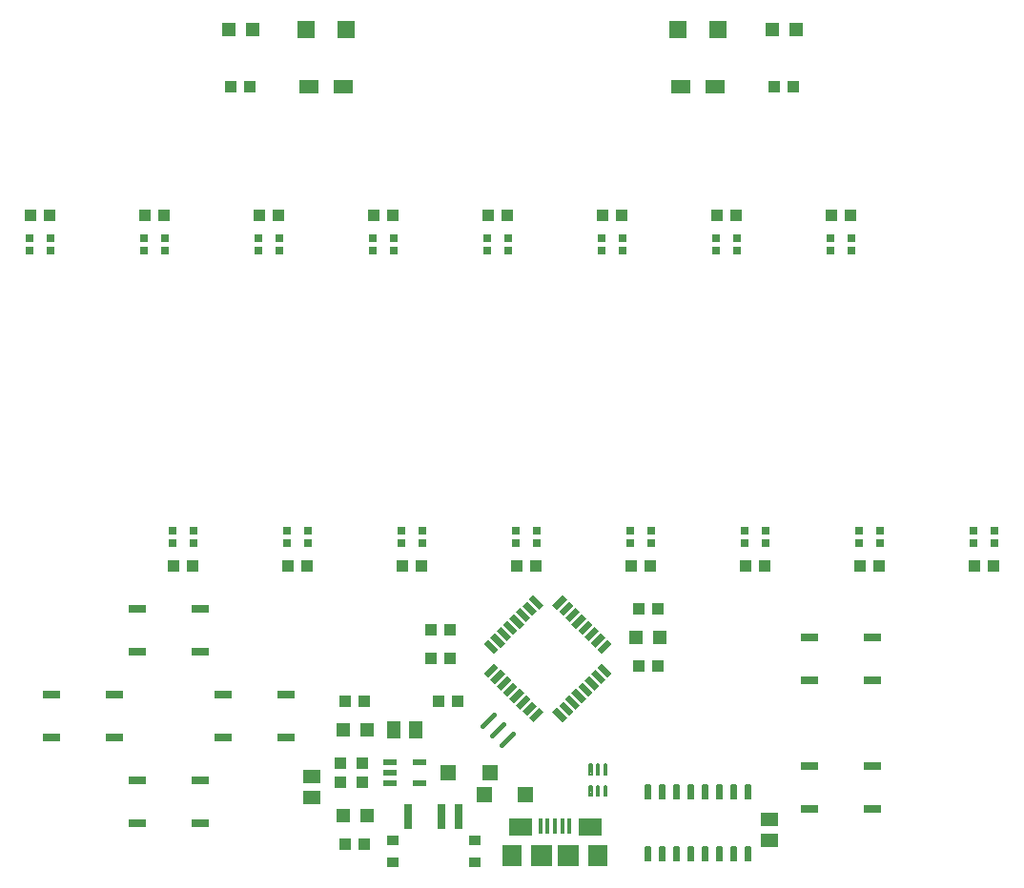
<source format=gbr>
G04 EAGLE Gerber RS-274X export*
G75*
%MOMM*%
%FSLAX34Y34*%
%LPD*%
%INSolderpaste Top*%
%IPPOS*%
%AMOC8*
5,1,8,0,0,1.08239X$1,22.5*%
G01*
%ADD10R,1.100000X1.000000*%
%ADD11R,1.240000X1.500000*%
%ADD12R,1.075000X1.000000*%
%ADD13R,1.500000X1.240000*%
%ADD14R,1.200000X1.200000*%
%ADD15R,1.400000X1.400000*%
%ADD16R,0.400000X1.350000*%
%ADD17R,2.100000X1.600000*%
%ADD18R,1.900000X1.900000*%
%ADD19R,1.800000X1.900000*%
%ADD20C,0.450000*%
%ADD21R,1.000000X1.075000*%
%ADD22R,1.524000X0.762000*%
%ADD23R,1.270000X0.558800*%
%ADD24R,0.558800X1.270000*%
%ADD25R,0.700000X0.700000*%
%ADD26R,1.200000X0.550000*%
%ADD27R,0.762000X2.209800*%
%ADD28R,0.990600X0.812800*%
%ADD29C,0.155000*%
%ADD30C,0.195000*%
%ADD31R,1.500000X1.500000*%
%ADD32R,1.800000X1.200000*%


D10*
X573650Y234950D03*
X556650Y234950D03*
X389500Y215900D03*
X372500Y215900D03*
D11*
X339750Y127000D03*
X358750Y127000D03*
D12*
X296300Y152400D03*
X313300Y152400D03*
D13*
X266700Y66700D03*
X266700Y85700D03*
X673100Y28600D03*
X673100Y47600D03*
D10*
X395850Y152400D03*
X378850Y152400D03*
D14*
X294300Y127000D03*
X315300Y127000D03*
D15*
X387900Y88900D03*
X424900Y88900D03*
D14*
X294300Y50800D03*
X315300Y50800D03*
D16*
X482600Y41910D03*
X476100Y41910D03*
X489100Y41910D03*
X469600Y41910D03*
X495600Y41910D03*
D17*
X451600Y40660D03*
X513600Y40660D03*
D18*
X470600Y15160D03*
X494600Y15160D03*
D19*
X444600Y15160D03*
X520600Y15160D03*
D20*
X418171Y130341D02*
X428459Y140629D01*
X436944Y132144D02*
X426656Y121856D01*
X435141Y113371D02*
X445429Y123659D01*
D12*
X296300Y25400D03*
X313300Y25400D03*
D21*
X292100Y97400D03*
X292100Y80400D03*
D10*
X389500Y190500D03*
X372500Y190500D03*
X556650Y184150D03*
X573650Y184150D03*
D21*
X311150Y80400D03*
X311150Y97400D03*
D22*
X764540Y171450D03*
X708660Y171450D03*
X764540Y209550D03*
X708660Y209550D03*
X764540Y57150D03*
X708660Y57150D03*
X764540Y95250D03*
X708660Y95250D03*
X111760Y234950D03*
X167640Y234950D03*
X111760Y196850D03*
X167640Y196850D03*
X111760Y82550D03*
X167640Y82550D03*
X111760Y44450D03*
X167640Y44450D03*
X35560Y158750D03*
X91440Y158750D03*
X35560Y120650D03*
X91440Y120650D03*
X187960Y158750D03*
X243840Y158750D03*
X187960Y120650D03*
X243840Y120650D03*
D23*
G36*
X432563Y182460D02*
X423584Y173481D01*
X419633Y177432D01*
X428612Y186411D01*
X432563Y182460D01*
G37*
G36*
X438220Y176803D02*
X429241Y167824D01*
X425290Y171775D01*
X434269Y180754D01*
X438220Y176803D01*
G37*
G36*
X443876Y171146D02*
X434897Y162167D01*
X430946Y166118D01*
X439925Y175097D01*
X443876Y171146D01*
G37*
G36*
X449533Y165489D02*
X440554Y156510D01*
X436603Y160461D01*
X445582Y169440D01*
X449533Y165489D01*
G37*
G36*
X455190Y159832D02*
X446211Y150853D01*
X442260Y154804D01*
X451239Y163783D01*
X455190Y159832D01*
G37*
G36*
X460847Y154175D02*
X451868Y145196D01*
X447917Y149147D01*
X456896Y158126D01*
X460847Y154175D01*
G37*
G36*
X466504Y148519D02*
X457525Y139540D01*
X453574Y143491D01*
X462553Y152470D01*
X466504Y148519D01*
G37*
G36*
X472161Y142862D02*
X463182Y133883D01*
X459231Y137834D01*
X468210Y146813D01*
X472161Y142862D01*
G37*
D24*
G36*
X493269Y137834D02*
X489318Y133883D01*
X480339Y142862D01*
X484290Y146813D01*
X493269Y137834D01*
G37*
G36*
X498926Y143491D02*
X494975Y139540D01*
X485996Y148519D01*
X489947Y152470D01*
X498926Y143491D01*
G37*
G36*
X504583Y149147D02*
X500632Y145196D01*
X491653Y154175D01*
X495604Y158126D01*
X504583Y149147D01*
G37*
G36*
X510240Y154804D02*
X506289Y150853D01*
X497310Y159832D01*
X501261Y163783D01*
X510240Y154804D01*
G37*
G36*
X515897Y160461D02*
X511946Y156510D01*
X502967Y165489D01*
X506918Y169440D01*
X515897Y160461D01*
G37*
G36*
X521554Y166118D02*
X517603Y162167D01*
X508624Y171146D01*
X512575Y175097D01*
X521554Y166118D01*
G37*
G36*
X527210Y171775D02*
X523259Y167824D01*
X514280Y176803D01*
X518231Y180754D01*
X527210Y171775D01*
G37*
G36*
X532867Y177432D02*
X528916Y173481D01*
X519937Y182460D01*
X523888Y186411D01*
X532867Y177432D01*
G37*
D23*
G36*
X532867Y203568D02*
X523888Y194589D01*
X519937Y198540D01*
X528916Y207519D01*
X532867Y203568D01*
G37*
G36*
X527210Y209225D02*
X518231Y200246D01*
X514280Y204197D01*
X523259Y213176D01*
X527210Y209225D01*
G37*
G36*
X521554Y214882D02*
X512575Y205903D01*
X508624Y209854D01*
X517603Y218833D01*
X521554Y214882D01*
G37*
G36*
X515897Y220539D02*
X506918Y211560D01*
X502967Y215511D01*
X511946Y224490D01*
X515897Y220539D01*
G37*
G36*
X510240Y226196D02*
X501261Y217217D01*
X497310Y221168D01*
X506289Y230147D01*
X510240Y226196D01*
G37*
G36*
X504583Y231853D02*
X495604Y222874D01*
X491653Y226825D01*
X500632Y235804D01*
X504583Y231853D01*
G37*
G36*
X498926Y237509D02*
X489947Y228530D01*
X485996Y232481D01*
X494975Y241460D01*
X498926Y237509D01*
G37*
G36*
X493269Y243166D02*
X484290Y234187D01*
X480339Y238138D01*
X489318Y247117D01*
X493269Y243166D01*
G37*
D24*
G36*
X472161Y238138D02*
X468210Y234187D01*
X459231Y243166D01*
X463182Y247117D01*
X472161Y238138D01*
G37*
G36*
X466504Y232481D02*
X462553Y228530D01*
X453574Y237509D01*
X457525Y241460D01*
X466504Y232481D01*
G37*
G36*
X460847Y226825D02*
X456896Y222874D01*
X447917Y231853D01*
X451868Y235804D01*
X460847Y226825D01*
G37*
G36*
X455190Y221168D02*
X451239Y217217D01*
X442260Y226196D01*
X446211Y230147D01*
X455190Y221168D01*
G37*
G36*
X449533Y215511D02*
X445582Y211560D01*
X436603Y220539D01*
X440554Y224490D01*
X449533Y215511D01*
G37*
G36*
X443876Y209854D02*
X439925Y205903D01*
X430946Y214882D01*
X434897Y218833D01*
X443876Y209854D01*
G37*
G36*
X438220Y204197D02*
X434269Y200246D01*
X425290Y209225D01*
X429241Y213176D01*
X438220Y204197D01*
G37*
G36*
X432563Y198540D02*
X428612Y194589D01*
X419633Y203568D01*
X423584Y207519D01*
X432563Y198540D01*
G37*
D25*
X321050Y564300D03*
X321050Y553300D03*
X339350Y553300D03*
X339350Y564300D03*
X422650Y564300D03*
X422650Y553300D03*
X440950Y553300D03*
X440950Y564300D03*
X524250Y564300D03*
X524250Y553300D03*
X542550Y553300D03*
X542550Y564300D03*
X625850Y564300D03*
X625850Y553300D03*
X644150Y553300D03*
X644150Y564300D03*
X727450Y564300D03*
X727450Y553300D03*
X745750Y553300D03*
X745750Y564300D03*
X872750Y292950D03*
X872750Y303950D03*
X854450Y303950D03*
X854450Y292950D03*
X771150Y292950D03*
X771150Y303950D03*
X752850Y303950D03*
X752850Y292950D03*
X669550Y292950D03*
X669550Y303950D03*
X651250Y303950D03*
X651250Y292950D03*
X567950Y292950D03*
X567950Y303950D03*
X549650Y303950D03*
X549650Y292950D03*
X466350Y292950D03*
X466350Y303950D03*
X448050Y303950D03*
X448050Y292950D03*
D26*
X336249Y98400D03*
X336249Y88900D03*
X336249Y79400D03*
X362251Y79400D03*
X362251Y98400D03*
D25*
X364750Y292950D03*
X364750Y303950D03*
X346450Y303950D03*
X346450Y292950D03*
X16250Y564300D03*
X16250Y553300D03*
X34550Y553300D03*
X34550Y564300D03*
X117850Y564300D03*
X117850Y553300D03*
X136150Y553300D03*
X136150Y564300D03*
D27*
X397150Y50057D03*
X382150Y50057D03*
X352150Y50057D03*
D28*
X338150Y9400D03*
X338150Y28700D03*
X411150Y9400D03*
X411150Y28700D03*
D29*
X651725Y66175D02*
X651725Y77725D01*
X656375Y77725D01*
X656375Y66175D01*
X651725Y66175D01*
X651725Y67647D02*
X656375Y67647D01*
X656375Y69119D02*
X651725Y69119D01*
X651725Y70591D02*
X656375Y70591D01*
X656375Y72063D02*
X651725Y72063D01*
X651725Y73535D02*
X656375Y73535D01*
X656375Y75007D02*
X651725Y75007D01*
X651725Y76479D02*
X656375Y76479D01*
X639025Y77725D02*
X639025Y66175D01*
X639025Y77725D02*
X643675Y77725D01*
X643675Y66175D01*
X639025Y66175D01*
X639025Y67647D02*
X643675Y67647D01*
X643675Y69119D02*
X639025Y69119D01*
X639025Y70591D02*
X643675Y70591D01*
X643675Y72063D02*
X639025Y72063D01*
X639025Y73535D02*
X643675Y73535D01*
X643675Y75007D02*
X639025Y75007D01*
X639025Y76479D02*
X643675Y76479D01*
X626325Y77725D02*
X626325Y66175D01*
X626325Y77725D02*
X630975Y77725D01*
X630975Y66175D01*
X626325Y66175D01*
X626325Y67647D02*
X630975Y67647D01*
X630975Y69119D02*
X626325Y69119D01*
X626325Y70591D02*
X630975Y70591D01*
X630975Y72063D02*
X626325Y72063D01*
X626325Y73535D02*
X630975Y73535D01*
X630975Y75007D02*
X626325Y75007D01*
X626325Y76479D02*
X630975Y76479D01*
X613625Y77725D02*
X613625Y66175D01*
X613625Y77725D02*
X618275Y77725D01*
X618275Y66175D01*
X613625Y66175D01*
X613625Y67647D02*
X618275Y67647D01*
X618275Y69119D02*
X613625Y69119D01*
X613625Y70591D02*
X618275Y70591D01*
X618275Y72063D02*
X613625Y72063D01*
X613625Y73535D02*
X618275Y73535D01*
X618275Y75007D02*
X613625Y75007D01*
X613625Y76479D02*
X618275Y76479D01*
X600925Y77725D02*
X600925Y66175D01*
X600925Y77725D02*
X605575Y77725D01*
X605575Y66175D01*
X600925Y66175D01*
X600925Y67647D02*
X605575Y67647D01*
X605575Y69119D02*
X600925Y69119D01*
X600925Y70591D02*
X605575Y70591D01*
X605575Y72063D02*
X600925Y72063D01*
X600925Y73535D02*
X605575Y73535D01*
X605575Y75007D02*
X600925Y75007D01*
X600925Y76479D02*
X605575Y76479D01*
X588225Y77725D02*
X588225Y66175D01*
X588225Y77725D02*
X592875Y77725D01*
X592875Y66175D01*
X588225Y66175D01*
X588225Y67647D02*
X592875Y67647D01*
X592875Y69119D02*
X588225Y69119D01*
X588225Y70591D02*
X592875Y70591D01*
X592875Y72063D02*
X588225Y72063D01*
X588225Y73535D02*
X592875Y73535D01*
X592875Y75007D02*
X588225Y75007D01*
X588225Y76479D02*
X592875Y76479D01*
X575525Y77725D02*
X575525Y66175D01*
X575525Y77725D02*
X580175Y77725D01*
X580175Y66175D01*
X575525Y66175D01*
X575525Y67647D02*
X580175Y67647D01*
X580175Y69119D02*
X575525Y69119D01*
X575525Y70591D02*
X580175Y70591D01*
X580175Y72063D02*
X575525Y72063D01*
X575525Y73535D02*
X580175Y73535D01*
X580175Y75007D02*
X575525Y75007D01*
X575525Y76479D02*
X580175Y76479D01*
X562825Y77725D02*
X562825Y66175D01*
X562825Y77725D02*
X567475Y77725D01*
X567475Y66175D01*
X562825Y66175D01*
X562825Y67647D02*
X567475Y67647D01*
X567475Y69119D02*
X562825Y69119D01*
X562825Y70591D02*
X567475Y70591D01*
X567475Y72063D02*
X562825Y72063D01*
X562825Y73535D02*
X567475Y73535D01*
X567475Y75007D02*
X562825Y75007D01*
X562825Y76479D02*
X567475Y76479D01*
X562825Y22725D02*
X562825Y11175D01*
X562825Y22725D02*
X567475Y22725D01*
X567475Y11175D01*
X562825Y11175D01*
X562825Y12647D02*
X567475Y12647D01*
X567475Y14119D02*
X562825Y14119D01*
X562825Y15591D02*
X567475Y15591D01*
X567475Y17063D02*
X562825Y17063D01*
X562825Y18535D02*
X567475Y18535D01*
X567475Y20007D02*
X562825Y20007D01*
X562825Y21479D02*
X567475Y21479D01*
X575525Y22725D02*
X575525Y11175D01*
X575525Y22725D02*
X580175Y22725D01*
X580175Y11175D01*
X575525Y11175D01*
X575525Y12647D02*
X580175Y12647D01*
X580175Y14119D02*
X575525Y14119D01*
X575525Y15591D02*
X580175Y15591D01*
X580175Y17063D02*
X575525Y17063D01*
X575525Y18535D02*
X580175Y18535D01*
X580175Y20007D02*
X575525Y20007D01*
X575525Y21479D02*
X580175Y21479D01*
X588225Y22725D02*
X588225Y11175D01*
X588225Y22725D02*
X592875Y22725D01*
X592875Y11175D01*
X588225Y11175D01*
X588225Y12647D02*
X592875Y12647D01*
X592875Y14119D02*
X588225Y14119D01*
X588225Y15591D02*
X592875Y15591D01*
X592875Y17063D02*
X588225Y17063D01*
X588225Y18535D02*
X592875Y18535D01*
X592875Y20007D02*
X588225Y20007D01*
X588225Y21479D02*
X592875Y21479D01*
X600925Y22725D02*
X600925Y11175D01*
X600925Y22725D02*
X605575Y22725D01*
X605575Y11175D01*
X600925Y11175D01*
X600925Y12647D02*
X605575Y12647D01*
X605575Y14119D02*
X600925Y14119D01*
X600925Y15591D02*
X605575Y15591D01*
X605575Y17063D02*
X600925Y17063D01*
X600925Y18535D02*
X605575Y18535D01*
X605575Y20007D02*
X600925Y20007D01*
X600925Y21479D02*
X605575Y21479D01*
X613625Y22725D02*
X613625Y11175D01*
X613625Y22725D02*
X618275Y22725D01*
X618275Y11175D01*
X613625Y11175D01*
X613625Y12647D02*
X618275Y12647D01*
X618275Y14119D02*
X613625Y14119D01*
X613625Y15591D02*
X618275Y15591D01*
X618275Y17063D02*
X613625Y17063D01*
X613625Y18535D02*
X618275Y18535D01*
X618275Y20007D02*
X613625Y20007D01*
X613625Y21479D02*
X618275Y21479D01*
X626325Y22725D02*
X626325Y11175D01*
X626325Y22725D02*
X630975Y22725D01*
X630975Y11175D01*
X626325Y11175D01*
X626325Y12647D02*
X630975Y12647D01*
X630975Y14119D02*
X626325Y14119D01*
X626325Y15591D02*
X630975Y15591D01*
X630975Y17063D02*
X626325Y17063D01*
X626325Y18535D02*
X630975Y18535D01*
X630975Y20007D02*
X626325Y20007D01*
X626325Y21479D02*
X630975Y21479D01*
X639025Y22725D02*
X639025Y11175D01*
X639025Y22725D02*
X643675Y22725D01*
X643675Y11175D01*
X639025Y11175D01*
X639025Y12647D02*
X643675Y12647D01*
X643675Y14119D02*
X639025Y14119D01*
X639025Y15591D02*
X643675Y15591D01*
X643675Y17063D02*
X639025Y17063D01*
X639025Y18535D02*
X643675Y18535D01*
X643675Y20007D02*
X639025Y20007D01*
X639025Y21479D02*
X643675Y21479D01*
X651725Y22725D02*
X651725Y11175D01*
X651725Y22725D02*
X656375Y22725D01*
X656375Y11175D01*
X651725Y11175D01*
X651725Y12647D02*
X656375Y12647D01*
X656375Y14119D02*
X651725Y14119D01*
X651725Y15591D02*
X656375Y15591D01*
X656375Y17063D02*
X651725Y17063D01*
X651725Y18535D02*
X656375Y18535D01*
X656375Y20007D02*
X651725Y20007D01*
X651725Y21479D02*
X656375Y21479D01*
D30*
X526225Y87575D02*
X526225Y96225D01*
X528175Y96225D01*
X528175Y87575D01*
X526225Y87575D01*
X526225Y89427D02*
X528175Y89427D01*
X528175Y91279D02*
X526225Y91279D01*
X526225Y93131D02*
X528175Y93131D01*
X528175Y94983D02*
X526225Y94983D01*
X519725Y96225D02*
X519725Y87575D01*
X519725Y96225D02*
X521675Y96225D01*
X521675Y87575D01*
X519725Y87575D01*
X519725Y89427D02*
X521675Y89427D01*
X521675Y91279D02*
X519725Y91279D01*
X519725Y93131D02*
X521675Y93131D01*
X521675Y94983D02*
X519725Y94983D01*
X513225Y96225D02*
X513225Y87575D01*
X513225Y96225D02*
X515175Y96225D01*
X515175Y87575D01*
X513225Y87575D01*
X513225Y89427D02*
X515175Y89427D01*
X515175Y91279D02*
X513225Y91279D01*
X513225Y93131D02*
X515175Y93131D01*
X515175Y94983D02*
X513225Y94983D01*
X513225Y77525D02*
X513225Y68875D01*
X513225Y77525D02*
X515175Y77525D01*
X515175Y68875D01*
X513225Y68875D01*
X513225Y70727D02*
X515175Y70727D01*
X515175Y72579D02*
X513225Y72579D01*
X513225Y74431D02*
X515175Y74431D01*
X515175Y76283D02*
X513225Y76283D01*
X519725Y77525D02*
X519725Y68875D01*
X519725Y77525D02*
X521675Y77525D01*
X521675Y68875D01*
X519725Y68875D01*
X519725Y70727D02*
X521675Y70727D01*
X521675Y72579D02*
X519725Y72579D01*
X519725Y74431D02*
X521675Y74431D01*
X521675Y76283D02*
X519725Y76283D01*
X526225Y77525D02*
X526225Y68875D01*
X526225Y77525D02*
X528175Y77525D01*
X528175Y68875D01*
X526225Y68875D01*
X526225Y70727D02*
X528175Y70727D01*
X528175Y72579D02*
X526225Y72579D01*
X526225Y74431D02*
X528175Y74431D01*
X528175Y76283D02*
X526225Y76283D01*
D25*
X219450Y564300D03*
X219450Y553300D03*
X237750Y553300D03*
X237750Y564300D03*
X263150Y292950D03*
X263150Y303950D03*
X244850Y303950D03*
X244850Y292950D03*
X161550Y292950D03*
X161550Y303950D03*
X143250Y303950D03*
X143250Y292950D03*
D14*
X575650Y209550D03*
X554650Y209550D03*
D10*
X33900Y584200D03*
X16900Y584200D03*
X135500Y584200D03*
X118500Y584200D03*
X237100Y584200D03*
X220100Y584200D03*
X338700Y584200D03*
X321700Y584200D03*
X440300Y584200D03*
X423300Y584200D03*
X541900Y584200D03*
X524900Y584200D03*
X643500Y584200D03*
X626500Y584200D03*
X745100Y584200D03*
X728100Y584200D03*
X855100Y273050D03*
X872100Y273050D03*
X753500Y273050D03*
X770500Y273050D03*
X651900Y273050D03*
X668900Y273050D03*
X550300Y273050D03*
X567300Y273050D03*
X448700Y273050D03*
X465700Y273050D03*
X347100Y273050D03*
X364100Y273050D03*
X245500Y273050D03*
X262500Y273050D03*
X143900Y273050D03*
X160900Y273050D03*
D15*
X419650Y69850D03*
X456650Y69850D03*
D31*
X627100Y749300D03*
X592100Y749300D03*
X296900Y749300D03*
X261900Y749300D03*
D32*
X264410Y698500D03*
X294390Y698500D03*
X594610Y698500D03*
X624590Y698500D03*
D14*
X213700Y749300D03*
X192700Y749300D03*
D12*
X211700Y698500D03*
X194700Y698500D03*
D14*
X696300Y749300D03*
X675300Y749300D03*
D12*
X694300Y698500D03*
X677300Y698500D03*
M02*

</source>
